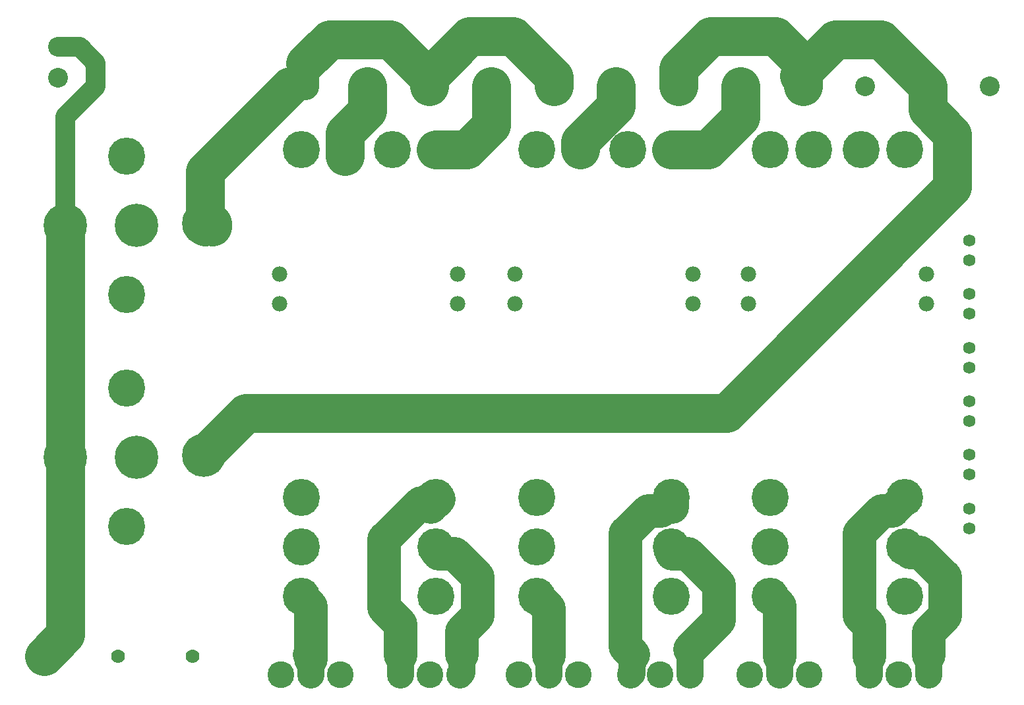
<source format=gbr>
G04 EAGLE Gerber RS-274X export*
G75*
%MOMM*%
%FSLAX34Y34*%
%LPD*%
%INTop Copper*%
%IPPOS*%
%AMOC8*
5,1,8,0,0,1.08239X$1,22.5*%
G01*
%ADD10C,1.778000*%
%ADD11C,5.556250*%
%ADD12C,4.762500*%
%ADD13C,2.540000*%
%ADD14C,1.984375*%
%ADD15C,3.444875*%
%ADD16C,1.587500*%
%ADD17C,5.000000*%
%ADD18C,2.500000*%
%ADD19C,3.500000*%
%ADD20C,4.350000*%


D10*
X73350Y77200D03*
X168650Y77200D03*
X263950Y77200D03*
D11*
X192700Y333300D03*
D12*
X180000Y244400D03*
X180000Y422200D03*
D11*
X279060Y335840D03*
X101260Y333300D03*
X192700Y631200D03*
D12*
X180000Y542300D03*
X180000Y720100D03*
D11*
X279060Y633740D03*
X101260Y631200D03*
D13*
X91600Y821015D03*
X91600Y860385D03*
D12*
X576360Y728520D03*
X403640Y728520D03*
X520480Y728520D03*
X459520Y728520D03*
X576360Y281480D03*
X576360Y217980D03*
X576360Y154480D03*
X403640Y281480D03*
X403640Y217980D03*
X403640Y154480D03*
D14*
X604300Y568500D03*
X604300Y530400D03*
X375700Y530400D03*
X375700Y568500D03*
D12*
X879060Y728520D03*
X706340Y728520D03*
X823180Y728520D03*
X762220Y728520D03*
X879060Y281480D03*
X879060Y217980D03*
X879060Y154480D03*
X706340Y281480D03*
X706340Y217980D03*
X706340Y154480D03*
D14*
X907000Y568500D03*
X907000Y530400D03*
X678400Y530400D03*
X678400Y568500D03*
D12*
X1178860Y728520D03*
X1006140Y728520D03*
X1122980Y728520D03*
X1062020Y728520D03*
X1178860Y281480D03*
X1178860Y217980D03*
X1178860Y154480D03*
X1006140Y281480D03*
X1006140Y217980D03*
X1006140Y154480D03*
D14*
X1206800Y568500D03*
X1206800Y530400D03*
X978200Y530400D03*
X978200Y568500D03*
D13*
X488688Y810000D03*
X409313Y810000D03*
X647888Y810000D03*
X568513Y810000D03*
X807888Y810000D03*
X728513Y810000D03*
X967888Y810000D03*
X888513Y810000D03*
X1127888Y810000D03*
X1048513Y810000D03*
X1287888Y810000D03*
X1208513Y810000D03*
D15*
X377700Y54000D03*
X453900Y54000D03*
X415800Y54000D03*
X530700Y54000D03*
X606900Y54000D03*
X568800Y54000D03*
X683700Y54000D03*
X759900Y54000D03*
X721800Y54000D03*
X826700Y54000D03*
X902900Y54000D03*
X864800Y54000D03*
X979700Y54000D03*
X1055900Y54000D03*
X1017800Y54000D03*
X1132700Y54000D03*
X1208900Y54000D03*
X1170800Y54000D03*
D16*
X1261400Y586500D03*
X1261400Y611900D03*
X1261400Y517600D03*
X1261400Y543000D03*
X1261400Y448700D03*
X1261400Y474100D03*
X1261400Y379800D03*
X1261400Y405200D03*
X1261400Y310900D03*
X1261400Y336300D03*
X1261400Y242000D03*
X1261400Y267400D03*
D17*
X101260Y333300D02*
X101260Y631200D01*
X101260Y333300D02*
X101260Y105110D01*
X73350Y77200D01*
D18*
X101260Y631200D02*
X101260Y771260D01*
X140000Y810000D01*
X140000Y840000D01*
X119615Y860385D02*
X91600Y860385D01*
X119615Y860385D02*
X140000Y840000D01*
D19*
X415800Y74200D02*
X415800Y54000D01*
X415800Y74200D02*
X410000Y80000D01*
D20*
X415800Y74200D02*
X415800Y142320D01*
X403640Y154480D01*
D19*
X530700Y79300D02*
X530700Y54000D01*
X530700Y79300D02*
X530000Y80000D01*
D20*
X530700Y79300D02*
X530700Y119300D01*
X510000Y140000D01*
X556856Y275067D02*
X575067Y275067D01*
X510000Y228210D02*
X510000Y140000D01*
X510000Y228210D02*
X556856Y275067D01*
X575067Y275067D02*
X580000Y280000D01*
X570000Y280000D02*
X570000Y270000D01*
X570000Y280000D02*
X571480Y281480D01*
X576360Y281480D01*
D19*
X610000Y57100D02*
X606900Y54000D01*
X610000Y57100D02*
X610000Y80000D01*
D20*
X610000Y110000D01*
X630000Y130000D01*
X630000Y180000D01*
X600000Y210000D01*
X580000Y210000D01*
X576360Y213640D01*
X576360Y217980D01*
D19*
X721800Y78200D02*
X721800Y54000D01*
X721800Y78200D02*
X720000Y80000D01*
D20*
X721800Y78200D02*
X721800Y139020D01*
X706340Y154480D01*
D19*
X826700Y54000D02*
X828552Y55852D01*
X828552Y69015D01*
X830000Y70463D01*
X830000Y80000D01*
D20*
X820000Y90000D01*
X849556Y265067D02*
X865067Y265067D01*
X880000Y280000D01*
X820000Y235510D02*
X820000Y90000D01*
X820000Y235510D02*
X849556Y265067D01*
X880000Y270000D02*
X880000Y280000D01*
X880000Y280540D01*
X879060Y281480D01*
D19*
X902900Y87100D02*
X902900Y54000D01*
X902900Y87100D02*
X900000Y90000D01*
D20*
X902900Y87100D02*
X940000Y124200D01*
X940000Y170000D01*
X900000Y210000D01*
X880000Y210000D01*
X879060Y210940D01*
X879060Y217980D01*
D19*
X1017800Y77800D02*
X1017800Y54000D01*
X1017800Y77800D02*
X1020000Y80000D01*
D20*
X1017800Y77800D02*
X1017800Y142820D01*
X1006140Y154480D01*
D19*
X1132700Y77300D02*
X1132700Y54000D01*
X1132700Y77300D02*
X1130000Y80000D01*
D20*
X1132700Y77300D02*
X1132700Y117300D01*
X1120000Y130000D01*
X1149356Y265067D02*
X1162447Y265067D01*
X1178860Y281480D01*
X1120000Y235710D02*
X1120000Y130000D01*
X1120000Y235710D02*
X1149356Y265067D01*
D19*
X1208900Y78900D02*
X1208900Y54000D01*
X1208900Y78900D02*
X1210000Y80000D01*
D20*
X1208900Y78900D02*
X1208900Y108900D01*
X1230000Y130000D01*
X1198364Y211567D02*
X1185274Y211567D01*
X1178860Y217980D01*
X1230000Y179930D02*
X1230000Y130000D01*
X1230000Y179930D02*
X1198364Y211567D01*
D17*
X1208513Y810000D02*
X1148513Y870000D01*
X1090000Y870000D01*
X1053513Y833513D01*
X1043513Y823513D01*
X1048513Y818513D02*
X1048513Y810000D01*
X1048513Y818513D02*
X1043513Y823513D01*
X1053513Y833513D02*
X1012947Y874078D01*
X930000Y874078D01*
X888513Y832591D01*
X888513Y810000D01*
X1208513Y780000D02*
X1240000Y748513D01*
X1208513Y780000D02*
X1208513Y810000D01*
X1240000Y748513D02*
X1240000Y680000D01*
X950000Y390000D01*
X333220Y390000D01*
X279060Y335840D01*
X488688Y778688D02*
X488688Y810000D01*
X488688Y778688D02*
X460000Y750000D01*
X460000Y728040D01*
X460000Y720000D01*
X460000Y728040D02*
X459520Y728520D01*
X647888Y797071D02*
X647888Y810000D01*
X647888Y760048D02*
X616360Y728520D01*
X576360Y728520D01*
X647888Y760048D02*
X647888Y810000D01*
X807888Y810000D02*
X807888Y784414D01*
X762220Y738747D02*
X762220Y728520D01*
X762220Y738747D02*
X807888Y784414D01*
X879060Y728520D02*
X926408Y728520D01*
X967888Y770000D02*
X967888Y810000D01*
X967888Y770000D02*
X926408Y728520D01*
X728513Y810000D02*
X728513Y821488D01*
X675922Y874078D01*
X620000Y874078D02*
X567217Y821295D01*
X568513Y820000D02*
X568513Y810000D01*
X568513Y820000D02*
X567217Y821295D01*
X518513Y870000D01*
X440000Y870000D01*
D19*
X409313Y839313D02*
X409313Y810000D01*
D17*
X409313Y839313D02*
X440000Y870000D01*
X620000Y874078D02*
X675922Y874078D01*
D19*
X409313Y810000D02*
X389313Y810000D01*
D17*
X280000Y700688D01*
X280000Y640000D01*
X280000Y630000D01*
X280000Y640000D02*
X290000Y630000D01*
X290000Y633740D02*
X279060Y633740D01*
X290000Y633740D02*
X290000Y630000D01*
M02*

</source>
